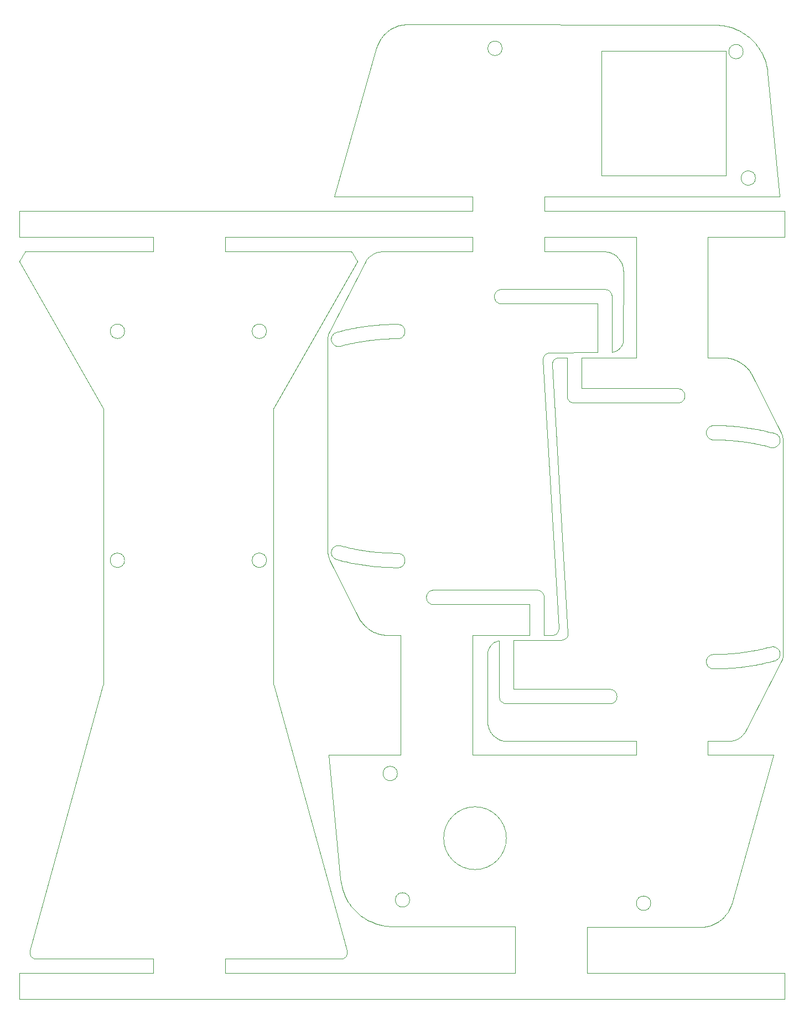
<source format=gbr>
%TF.GenerationSoftware,KiCad,Pcbnew,(6.0.5)*%
%TF.CreationDate,2022-07-11T17:07:05+09:00*%
%TF.ProjectId,ergotonic_f24_parts,6572676f-746f-46e6-9963-5f6632345f70,rev?*%
%TF.SameCoordinates,Original*%
%TF.FileFunction,Profile,NP*%
%FSLAX46Y46*%
G04 Gerber Fmt 4.6, Leading zero omitted, Abs format (unit mm)*
G04 Created by KiCad (PCBNEW (6.0.5)) date 2022-07-11 17:07:05*
%MOMM*%
%LPD*%
G01*
G04 APERTURE LIST*
%ADD10C,0.090000*%
%TA.AperFunction,Profile*%
%ADD11C,0.090000*%
%TD*%
G04 APERTURE END LIST*
D10*
X-70164719Y-52486928D02*
X-70159039Y-52374458D01*
X-70142370Y-52265237D01*
X-70115264Y-52159819D01*
X-70078274Y-52058755D01*
X-70031952Y-51962599D01*
X-69976853Y-51871905D01*
X-69913529Y-51787223D01*
X-69842532Y-51709109D01*
X-69764416Y-51638113D01*
X-69679735Y-51574790D01*
X-69589039Y-51519692D01*
X-69492884Y-51473372D01*
X-69391822Y-51436383D01*
X-69286405Y-51409278D01*
X-69177187Y-51392610D01*
X-69064721Y-51386931D01*
X-2334088Y-69020207D02*
X-2247611Y-68993175D01*
X-2123996Y-68940125D01*
X-2008687Y-68873030D01*
X-1902792Y-68792964D01*
X-1807420Y-68701004D01*
X-1723680Y-68598225D01*
X-1652680Y-68485703D01*
X-1595528Y-68364514D01*
X-1565667Y-68279437D01*
X-1542783Y-68191305D01*
X-1527203Y-68100436D01*
X-1519255Y-68007149D01*
X-1518247Y-67959699D01*
X-105005585Y-72353788D02*
X-105008758Y-72447971D01*
X-105018251Y-72541626D01*
X-105034016Y-72634433D01*
X-105056012Y-72726073D01*
X-68777303Y-20919550D02*
X-68515325Y-20850652D01*
X-68252531Y-20783787D01*
X-67988928Y-20718964D01*
X-67724525Y-20656192D01*
X-67459331Y-20595482D01*
X-67193354Y-20536843D01*
X-66926604Y-20480285D01*
X-66659088Y-20425816D01*
X-66390815Y-20373448D01*
X-66121795Y-20323189D01*
X-65852035Y-20275049D01*
X-65581545Y-20229038D01*
X-65310334Y-20185166D01*
X-65038409Y-20143441D01*
X-64765779Y-20103874D01*
X-64492454Y-20066474D01*
X-64218442Y-20031252D01*
X-63943752Y-19998216D01*
X-63668391Y-19967376D01*
X-63392370Y-19938742D01*
X-63115696Y-19912323D01*
X-62838379Y-19888130D01*
X-62560426Y-19866171D01*
X-62281848Y-19846457D01*
X-62002651Y-19828996D01*
X-61722846Y-19813800D01*
X-61442440Y-19800876D01*
X-61161443Y-19790236D01*
X-60879863Y-19781888D01*
X-60597709Y-19775843D01*
X-60314989Y-19772109D01*
X-60031713Y-19770697D01*
X-34072080Y-28584797D02*
X-34078217Y-28584797D01*
X-11677038Y-33046491D02*
X-11677038Y-33042981D01*
X-70680225Y-52395725D02*
X-70675885Y-52501670D01*
X-70663414Y-52621099D01*
X-70643634Y-52750617D01*
X-70626792Y-52840894D01*
X-70607310Y-52933142D01*
X-70585433Y-53026358D01*
X-70561402Y-53119535D01*
X-70535462Y-53211670D01*
X-70507857Y-53301756D01*
X-70478829Y-53388790D01*
X-70433154Y-53511417D01*
X-70385649Y-53621522D01*
X-70337136Y-53715713D01*
X-11649174Y-68043655D02*
X-11679104Y-68040640D01*
X-48499990Y-6475961D02*
X-62296585Y-6475961D01*
X-46228358Y-67956016D02*
X-46231954Y-78337337D01*
X-2903585Y-66894799D02*
X-3165561Y-66963696D01*
X-3428356Y-67030561D01*
X-3691959Y-67095384D01*
X-3956361Y-67158156D01*
X-4221556Y-67218866D01*
X-4487532Y-67277505D01*
X-4754283Y-67334064D01*
X-5021799Y-67388532D01*
X-5290071Y-67440901D01*
X-5559091Y-67491160D01*
X-5828851Y-67539300D01*
X-6099341Y-67585311D01*
X-6370552Y-67629184D01*
X-6642477Y-67670908D01*
X-6915107Y-67710475D01*
X-7188432Y-67747875D01*
X-7462444Y-67783098D01*
X-7737135Y-67816134D01*
X-8012495Y-67846974D01*
X-8288516Y-67875608D01*
X-8565190Y-67902027D01*
X-8842507Y-67926220D01*
X-9120460Y-67948179D01*
X-9399038Y-67967894D01*
X-9678235Y-67985354D01*
X-9958040Y-68000551D01*
X-10238446Y-68013474D01*
X-10519443Y-68024115D01*
X-10801023Y-68032463D01*
X-11083177Y-68038508D01*
X-11365897Y-68042242D01*
X-11649174Y-68043655D01*
X-41987381Y-109692163D02*
X-41987381Y-116795821D01*
X-60031713Y-19770697D02*
X-60001784Y-19773712D01*
X-737896Y-120795835D02*
X-737896Y-116795821D01*
X-70680225Y-19993073D02*
X-70680225Y-52395725D01*
X-79005836Y-30484638D02*
X-66160540Y-7971542D01*
X-27535722Y-73375065D02*
X-27425838Y-73380613D01*
X-27319129Y-73396899D01*
X-27216134Y-73423382D01*
X-27117394Y-73459522D01*
X-27023448Y-73504778D01*
X-26934838Y-73558611D01*
X-26852102Y-73620479D01*
X-26775782Y-73689844D01*
X-26706417Y-73766164D01*
X-26644549Y-73848900D01*
X-26590716Y-73937510D01*
X-26545460Y-74031456D01*
X-26509320Y-74130196D01*
X-26482837Y-74233191D01*
X-26466551Y-74339900D01*
X-26461003Y-74449784D01*
X-1140219Y-68814275D02*
X-1093235Y-68709162D01*
X-1065925Y-68621683D01*
X-1044590Y-68528536D01*
X-1028495Y-68431287D01*
X-1016901Y-68331506D01*
X-1009070Y-68230759D01*
X-1004267Y-68130614D01*
X-1001753Y-68032638D01*
X-1000791Y-67938399D01*
X-1000650Y-67821269D01*
X-69346799Y-18794142D02*
X-69433276Y-18821173D01*
X-69556891Y-18874223D01*
X-69672200Y-18941318D01*
X-69778094Y-19021383D01*
X-69873466Y-19113343D01*
X-69957206Y-19216122D01*
X-70028207Y-19328644D01*
X-70085359Y-19449833D01*
X-70115219Y-19534910D01*
X-70138104Y-19623043D01*
X-70153684Y-19713912D01*
X-70161632Y-19807199D01*
X-70162641Y-19854650D01*
X-34078217Y-28584797D02*
X-34078217Y-28569079D01*
X-5836336Y-25208259D02*
X-5922074Y-25064185D01*
X-6012178Y-24923670D01*
X-6106532Y-24786779D01*
X-6205021Y-24653580D01*
X-6307530Y-24524140D01*
X-6413944Y-24398524D01*
X-6524149Y-24276799D01*
X-6638030Y-24159032D01*
X-6755472Y-24045289D01*
X-6876359Y-23935637D01*
X-7000578Y-23830143D01*
X-7128012Y-23728874D01*
X-7258548Y-23631895D01*
X-7392070Y-23539273D01*
X-7528464Y-23451076D01*
X-7667614Y-23367369D01*
X-7809406Y-23288219D01*
X-7953725Y-23213694D01*
X-8100455Y-23143858D01*
X-8249483Y-23078780D01*
X-8400693Y-23018525D01*
X-8553971Y-22963160D01*
X-8709201Y-22912752D01*
X-8866268Y-22867368D01*
X-9025059Y-22827073D01*
X-9185457Y-22791935D01*
X-9347347Y-22762020D01*
X-9510616Y-22737395D01*
X-9675149Y-22718126D01*
X-9840829Y-22704280D01*
X-10007543Y-22695924D01*
X-10175176Y-22693124D01*
X-26461003Y-74449784D02*
X-26461003Y-74500341D01*
X-2332022Y-34266913D02*
X-2245545Y-34293944D01*
X-2121930Y-34346994D01*
X-2006621Y-34414089D01*
X-1900726Y-34494154D01*
X-1805354Y-34586114D01*
X-1721614Y-34688893D01*
X-1650614Y-34801415D01*
X-1593461Y-34922604D01*
X-1563601Y-35007681D01*
X-1540716Y-35095813D01*
X-1525136Y-35186682D01*
X-1517188Y-35279969D01*
X-1516180Y-35327420D01*
X-34078217Y-28569079D02*
X-34078217Y-28523819D01*
X-117850881Y-4275966D02*
X-97375043Y-4275966D01*
X-69654319Y1924107D02*
X-48499990Y1924086D01*
X-2404628Y-34248740D02*
X-2369380Y-34257568D01*
X-13675134Y-109756780D02*
X-13465818Y-109752911D01*
X-13258287Y-109740449D01*
X-13052741Y-109719544D01*
X-12849378Y-109690346D01*
X-12648400Y-109653007D01*
X-12450005Y-109607677D01*
X-12254392Y-109554507D01*
X-12061763Y-109493647D01*
X-11872315Y-109425248D01*
X-11686250Y-109349460D01*
X-11503766Y-109266435D01*
X-11325063Y-109176323D01*
X-11150341Y-109079274D01*
X-10979800Y-108975439D01*
X-10813639Y-108864970D01*
X-10652057Y-108748016D01*
X-10495255Y-108624728D01*
X-10343432Y-108495256D01*
X-10196788Y-108359753D01*
X-10055522Y-108218367D01*
X-9919834Y-108071250D01*
X-9789924Y-107918553D01*
X-9665992Y-107760426D01*
X-9548236Y-107597019D01*
X-9436856Y-107428484D01*
X-9332053Y-107254971D01*
X-9234026Y-107076630D01*
X-9142975Y-106893613D01*
X-9059098Y-106706070D01*
X-8982597Y-106514151D01*
X-8913670Y-106318008D01*
X-8852517Y-106117791D01*
X-37602679Y-59341102D02*
X-37602679Y-65121197D01*
X-29419867Y-21879543D02*
X-29419867Y-14439278D01*
X-54527981Y-60415800D02*
X-54637863Y-60410251D01*
X-54744572Y-60393966D01*
X-54847566Y-60367484D01*
X-54946305Y-60331345D01*
X-55040249Y-60286091D01*
X-55128857Y-60232260D01*
X-55211591Y-60170393D01*
X-55287909Y-60101031D01*
X-55357272Y-60024712D01*
X-55419138Y-59941979D01*
X-55472969Y-59853370D01*
X-55518224Y-59759426D01*
X-55554362Y-59660687D01*
X-55580844Y-59557693D01*
X-55597129Y-59450984D01*
X-55602678Y-59341102D01*
X-69309441Y-18784797D02*
X-69346799Y-18794142D01*
X-58415470Y28244874D02*
X-58624783Y28241007D01*
X-58832312Y28228546D01*
X-59037857Y28207643D01*
X-59241218Y28178447D01*
X-59442196Y28141109D01*
X-59640590Y28095781D01*
X-59836202Y28042611D01*
X-60028831Y27981752D01*
X-60218278Y27913354D01*
X-60404344Y27837568D01*
X-60586828Y27754543D01*
X-60765530Y27664431D01*
X-60940252Y27567383D01*
X-61110794Y27463549D01*
X-61276956Y27353079D01*
X-61438538Y27236125D01*
X-61595340Y27112837D01*
X-61747164Y26983366D01*
X-61893808Y26847862D01*
X-62035075Y26706476D01*
X-62170763Y26559358D01*
X-62300674Y26406660D01*
X-62424608Y26248532D01*
X-62542364Y26085125D01*
X-62653744Y25916588D01*
X-62758548Y25743074D01*
X-62856575Y25564732D01*
X-62947627Y25381713D01*
X-63031504Y25194168D01*
X-63108006Y25002248D01*
X-63176933Y24806103D01*
X-63238087Y24605884D01*
X-48522404Y-65121197D02*
X-39802674Y-65121197D01*
X-69346799Y-18794142D02*
X-69346799Y-18794142D01*
X-37602679Y-59290524D02*
X-37602679Y-59341102D01*
X-60001784Y-17570207D02*
X-60302061Y-17571439D01*
X-60601749Y-17575130D01*
X-60900839Y-17581268D01*
X-61199322Y-17589843D01*
X-61497189Y-17600844D01*
X-61794431Y-17614260D01*
X-62091039Y-17630081D01*
X-62387005Y-17648297D01*
X-62682318Y-17668896D01*
X-62976972Y-17691867D01*
X-63270956Y-17717201D01*
X-63564261Y-17744886D01*
X-63856879Y-17774912D01*
X-64148801Y-17807268D01*
X-64440018Y-17841943D01*
X-64730521Y-17878927D01*
X-65020301Y-17918210D01*
X-65309350Y-17959780D01*
X-65597657Y-18003626D01*
X-65885215Y-18049739D01*
X-66172014Y-18098107D01*
X-66458046Y-18148720D01*
X-66743301Y-18201567D01*
X-67027772Y-18256638D01*
X-67311448Y-18313922D01*
X-67594320Y-18373407D01*
X-67876381Y-18435084D01*
X-68157621Y-18498942D01*
X-68438031Y-18564970D01*
X-68717603Y-18633158D01*
X-68996326Y-18703494D01*
X-69274194Y-18775969D01*
X-48499990Y1924086D02*
X-48499990Y-275974D01*
X-39802674Y-65121197D02*
X-39802674Y-60415800D01*
X-737896Y-4275966D02*
X-737896Y-275974D01*
X-45219871Y-13364559D02*
X-45219871Y-13314002D01*
X-68779381Y-51422027D02*
X-68779381Y-51422027D01*
X-44461003Y-65969854D02*
X-44553706Y-65982806D01*
X-44644993Y-65999937D01*
X-44734763Y-66021146D01*
X-44822916Y-66046331D01*
X-44909352Y-66075392D01*
X-44993971Y-66108227D01*
X-45076672Y-66144736D01*
X-45157357Y-66184818D01*
X-45312272Y-66275295D01*
X-45457918Y-66378850D01*
X-45593493Y-66494677D01*
X-45718195Y-66621967D01*
X-45831226Y-66759911D01*
X-45931783Y-66907704D01*
X-46019067Y-67064536D01*
X-46057481Y-67146089D01*
X-46092277Y-67229599D01*
X-46123353Y-67314966D01*
X-46150611Y-67402087D01*
X-46173950Y-67490862D01*
X-46193270Y-67581191D01*
X-46208470Y-67672971D01*
X-46219452Y-67766103D01*
X-46226114Y-67860485D01*
X-46228358Y-67956016D01*
X-70538459Y-83435971D02*
X-68719923Y-102412461D01*
D11*
X-101761634Y-53671375D02*
G75*
G03*
X-101761634Y-53671375I-1100000J0D01*
G01*
D10*
X-60033791Y-52570881D02*
X-60003862Y-52567866D01*
X-10175176Y-22693124D02*
X-12499991Y-22693124D01*
X-68779381Y-51422027D02*
X-68517403Y-51490924D01*
X-68254609Y-51557789D01*
X-67991006Y-51622612D01*
X-67726603Y-51685384D01*
X-67461409Y-51746094D01*
X-67195432Y-51804733D01*
X-66928682Y-51861292D01*
X-66661166Y-51915760D01*
X-66392893Y-51968129D01*
X-66123873Y-52018388D01*
X-65854113Y-52066527D01*
X-65583623Y-52112539D01*
X-65312412Y-52156411D01*
X-65040487Y-52198136D01*
X-64767857Y-52237703D01*
X-64494532Y-52275103D01*
X-64220520Y-52310325D01*
X-63945830Y-52343361D01*
X-63670469Y-52374201D01*
X-63394448Y-52402835D01*
X-63117774Y-52429254D01*
X-62840457Y-52453447D01*
X-62562504Y-52475406D01*
X-62283926Y-52495120D01*
X-62004729Y-52512581D01*
X-61724924Y-52527777D01*
X-61444518Y-52540701D01*
X-61163521Y-52551341D01*
X-60881941Y-52559689D01*
X-60599787Y-52565734D01*
X-60317067Y-52569468D01*
X-60033791Y-52570881D01*
X-737896Y-275974D02*
X-37499994Y-275974D01*
X-44145152Y-14439278D02*
X-44255035Y-14433729D01*
X-44361744Y-14417444D01*
X-44464739Y-14390962D01*
X-44563479Y-14354823D01*
X-44657425Y-14309568D01*
X-44746035Y-14255737D01*
X-44828771Y-14193869D01*
X-44905091Y-14124506D01*
X-44974456Y-14048187D01*
X-45036324Y-13965452D01*
X-45090157Y-13876841D01*
X-45135413Y-13782895D01*
X-45171553Y-13684153D01*
X-45198036Y-13581157D01*
X-45214322Y-13474445D01*
X-45219871Y-13364559D01*
X-42261008Y-65934800D02*
X-42261008Y-73375065D01*
X-55602678Y-59341102D02*
X-55602678Y-59290524D01*
X-105005585Y-30484638D02*
X-105005585Y-72353788D01*
X-69064721Y-51386931D02*
X-68973136Y-51390161D01*
X-68883636Y-51400211D01*
X-68787927Y-51419781D01*
X-68779381Y-51422027D01*
X-27535722Y-75575060D02*
X-43386305Y-75575060D01*
X-58903864Y-53667864D02*
X-58909543Y-53780330D01*
X-58926211Y-53889548D01*
X-58953316Y-53994964D01*
X-58990306Y-54096027D01*
X-59036626Y-54192182D01*
X-59091724Y-54282877D01*
X-59155047Y-54367559D01*
X-59226042Y-54445674D01*
X-59304157Y-54516671D01*
X-59388838Y-54579995D01*
X-59479533Y-54635094D01*
X-59575689Y-54681416D01*
X-59676752Y-54718406D01*
X-59782171Y-54745512D01*
X-59891392Y-54762181D01*
X-60003862Y-54767861D01*
X-2371446Y-69029552D02*
X-2334088Y-69020207D01*
X-97375043Y-4275966D02*
X-97375043Y-6475961D01*
X-70162641Y-19854650D02*
X-70156961Y-19967119D01*
X-70140292Y-20076340D01*
X-70113186Y-20181758D01*
X-70076196Y-20282822D01*
X-70029874Y-20378978D01*
X-69974775Y-20469672D01*
X-69911451Y-20554354D01*
X-69840454Y-20632468D01*
X-69762338Y-20703464D01*
X-69677657Y-20766787D01*
X-69586961Y-20821885D01*
X-69490806Y-20868205D01*
X-69389744Y-20905194D01*
X-69284327Y-20932299D01*
X-69175109Y-20948967D01*
X-69062643Y-20954647D01*
D11*
X-9780080Y24173920D02*
X-9780091Y5123920D01*
D10*
X-12500012Y-83435992D02*
X-12500012Y-81338360D01*
X-69311519Y-53556781D02*
X-69348877Y-53547436D01*
X-86375089Y-114600175D02*
X-68715745Y-114600175D01*
X-69348877Y-53547436D02*
X-69435353Y-53520404D01*
X-69558968Y-53467354D01*
X-69674277Y-53400259D01*
X-69780172Y-53320194D01*
X-69875544Y-53228234D01*
X-69959284Y-53125455D01*
X-70030284Y-53012933D01*
X-70087437Y-52891744D01*
X-70117297Y-52806667D01*
X-70140182Y-52718534D01*
X-70155762Y-52627665D01*
X-70163710Y-52534378D01*
X-70164719Y-52486928D01*
X-68715745Y-114600175D02*
X-68594125Y-114592953D01*
X-68477453Y-114571897D01*
X-68366422Y-114537915D01*
X-68261725Y-114491918D01*
X-68164056Y-114434817D01*
X-68074107Y-114367523D01*
X-67992571Y-114290945D01*
X-67920143Y-114205994D01*
X-67857515Y-114113581D01*
X-67805381Y-114014615D01*
X-67764434Y-113910008D01*
X-67735366Y-113800669D01*
X-67718873Y-113687510D01*
X-67715646Y-113571440D01*
X-67726378Y-113453370D01*
X-67751765Y-113334211D01*
X-12499991Y-4275966D02*
X-737896Y-4275966D01*
X-25448920Y-9477006D02*
X-25452773Y-9322587D01*
X-25464312Y-9170194D01*
X-25483348Y-9020015D01*
X-25509692Y-8872238D01*
X-25543156Y-8727053D01*
X-25583552Y-8584649D01*
X-25630690Y-8445213D01*
X-25684383Y-8308934D01*
X-25744441Y-8176001D01*
X-25810676Y-8046603D01*
X-25882899Y-7920929D01*
X-25960922Y-7799166D01*
X-26044557Y-7681504D01*
X-26133614Y-7568132D01*
X-26227905Y-7459237D01*
X-26327242Y-7355009D01*
X-26431435Y-7255636D01*
X-26540297Y-7161307D01*
X-26653639Y-7072211D01*
X-26771271Y-6988536D01*
X-26893007Y-6910471D01*
X-27018656Y-6838204D01*
X-27148031Y-6771925D01*
X-27280942Y-6711821D01*
X-27417202Y-6658082D01*
X-27556622Y-6610896D01*
X-27699012Y-6570452D01*
X-27844185Y-6536938D01*
X-27991952Y-6510543D01*
X-28142124Y-6491456D01*
X-28294513Y-6479866D01*
X-28448931Y-6475961D01*
X-60003862Y-52567866D02*
X-59891392Y-52573545D01*
X-59782171Y-52590213D01*
X-59676752Y-52617318D01*
X-59575689Y-52654308D01*
X-59479533Y-52700628D01*
X-59388838Y-52755726D01*
X-59304157Y-52819049D01*
X-59226042Y-52890044D01*
X-59155047Y-52968159D01*
X-59091724Y-53052840D01*
X-59036626Y-53143535D01*
X-58990306Y-53239691D01*
X-58953316Y-53340754D01*
X-58926211Y-53446173D01*
X-58909543Y-53555394D01*
X-58903864Y-53667864D01*
X-97375086Y-116795821D02*
X-117850881Y-116795821D01*
X-35335763Y-22693145D02*
X-35442144Y-22698722D01*
X-35545202Y-22715071D01*
X-35644391Y-22741613D01*
X-35739167Y-22777772D01*
X-35828985Y-22822970D01*
X-35913301Y-22876629D01*
X-35991570Y-22938174D01*
X-36063248Y-23007025D01*
X-36127790Y-23082607D01*
X-36184652Y-23164341D01*
X-36233289Y-23251651D01*
X-36273157Y-23343959D01*
X-36303710Y-23440688D01*
X-36324406Y-23541261D01*
X-36334698Y-23645100D01*
X-36334044Y-23751629D01*
X-23499987Y-4275966D02*
X-23499987Y-22693145D01*
X-46231954Y-78337337D02*
X-46228100Y-78491755D01*
X-46216562Y-78644148D01*
X-46197526Y-78794327D01*
X-46171181Y-78942103D01*
X-46137717Y-79087288D01*
X-46097321Y-79229693D01*
X-46050183Y-79369129D01*
X-45996491Y-79505407D01*
X-45936433Y-79638340D01*
X-45870198Y-79767738D01*
X-45797974Y-79893412D01*
X-45719951Y-80015175D01*
X-45636317Y-80132837D01*
X-45547260Y-80246209D01*
X-45452969Y-80355104D01*
X-45353632Y-80459332D01*
X-45249438Y-80558705D01*
X-45140577Y-80653034D01*
X-45027235Y-80742130D01*
X-44909602Y-80825805D01*
X-44787867Y-80903870D01*
X-44662218Y-80976137D01*
X-44532843Y-81042416D01*
X-44399931Y-81102520D01*
X-44263671Y-81156259D01*
X-44124252Y-81203445D01*
X-43981861Y-81243889D01*
X-43836688Y-81277403D01*
X-43688921Y-81303798D01*
X-43538749Y-81322885D01*
X-43386360Y-81334475D01*
X-43231943Y-81338381D01*
X-37602679Y-59229546D02*
X-37602679Y-59245264D01*
X-41987381Y-116795821D02*
X-86375089Y-116795821D01*
X-117850881Y-275974D02*
X-117850881Y-4275966D01*
X-6780831Y-79828999D02*
X-1140219Y-68814275D01*
X-37608816Y-59229546D02*
X-37602679Y-59229546D01*
X-1000650Y-67821269D02*
X-1000671Y-35418618D01*
D11*
X-60020449Y-86270574D02*
G75*
G03*
X-60020449Y-86270574I-1100000J0D01*
G01*
D10*
X-30987385Y-116795821D02*
X-30987385Y-109717269D01*
X-2901517Y-36392321D02*
X-2901517Y-36392321D01*
X-42261008Y-73375065D02*
X-27535722Y-73375065D01*
X-37499994Y1924064D02*
X-1540151Y1924021D01*
X-117850881Y-7971542D02*
X-105005585Y-30484638D01*
X-17152915Y-27398543D02*
X-17043032Y-27404091D01*
X-16936323Y-27420376D01*
X-16833329Y-27446858D01*
X-16734590Y-27482997D01*
X-16640646Y-27528251D01*
X-16552038Y-27582082D01*
X-16469304Y-27643949D01*
X-16392986Y-27713311D01*
X-16323623Y-27789629D01*
X-16261757Y-27872363D01*
X-16207926Y-27960972D01*
X-16162671Y-28054916D01*
X-16126533Y-28153655D01*
X-16100051Y-28256648D01*
X-16083766Y-28363357D01*
X-16078218Y-28473240D01*
X-43231943Y-81338381D02*
X-23500030Y-81338360D01*
X-33003520Y-29598538D02*
X-33109538Y-29593355D01*
X-33212529Y-29578135D01*
X-33312022Y-29553366D01*
X-33407544Y-29519536D01*
X-33498621Y-29477134D01*
X-33584783Y-29426649D01*
X-33665556Y-29368571D01*
X-33740468Y-29303387D01*
X-33809047Y-29231587D01*
X-33870820Y-29153660D01*
X-33925314Y-29070094D01*
X-33972058Y-28981379D01*
X-34010579Y-28888002D01*
X-34040405Y-28790454D01*
X-34061062Y-28689222D01*
X-34072080Y-28584797D01*
D11*
X-5230931Y4758627D02*
G75*
G03*
X-5230931Y4758627I-1100000J0D01*
G01*
D10*
X-23500030Y-81338360D02*
X-23500030Y-83435992D01*
X-117850881Y-120795835D02*
X-737896Y-120795835D01*
X-12500012Y-81338360D02*
X-9384289Y-81338360D01*
X-86375046Y-6475961D02*
X-86375046Y-4275966D01*
X-2334088Y-69020207D02*
X-2334088Y-69020207D01*
X-37499994Y-6475961D02*
X-37499994Y-4275966D01*
X-36345133Y-65121197D02*
X-36238747Y-65115619D01*
X-36135687Y-65099270D01*
X-36036496Y-65072728D01*
X-35941719Y-65036569D01*
X-35851900Y-64991371D01*
X-35767584Y-64937712D01*
X-35689316Y-64876168D01*
X-35617639Y-64807316D01*
X-35553098Y-64731735D01*
X-35496237Y-64650001D01*
X-35447602Y-64562691D01*
X-35407735Y-64470383D01*
X-35377183Y-64373653D01*
X-35356488Y-64273081D01*
X-35346196Y-64169241D01*
X-35346852Y-64062713D01*
X-33928635Y-64797552D02*
X-33927945Y-64903313D01*
X-33938053Y-65006448D01*
X-33958429Y-65106387D01*
X-33988542Y-65202562D01*
X-34027861Y-65294404D01*
X-34075856Y-65381344D01*
X-34131995Y-65462813D01*
X-34195748Y-65538242D01*
X-34266585Y-65607063D01*
X-34343974Y-65668706D01*
X-34427384Y-65722604D01*
X-34516287Y-65768187D01*
X-34610149Y-65804886D01*
X-34708441Y-65832132D01*
X-34810633Y-65849357D01*
X-34916193Y-65855993D01*
X-1518247Y-67959699D02*
X-1523926Y-67847229D01*
X-1540595Y-67738008D01*
X-1567701Y-67632589D01*
X-1604691Y-67531526D01*
X-1651013Y-67435370D01*
X-1706112Y-67344675D01*
X-1769436Y-67259994D01*
X-1840433Y-67181879D01*
X-1918548Y-67110884D01*
X-2003230Y-67047561D01*
X-2093925Y-66992463D01*
X-2190080Y-66946143D01*
X-2291143Y-66909154D01*
X-2396559Y-66882049D01*
X-2505777Y-66865380D01*
X-2618244Y-66859702D01*
X-11677037Y-35246486D02*
X-11789506Y-35240806D01*
X-11898727Y-35224138D01*
X-12004146Y-35197033D01*
X-12105209Y-35160044D01*
X-12201365Y-35113724D01*
X-12292060Y-35058626D01*
X-12376741Y-34995303D01*
X-12454856Y-34924307D01*
X-12525851Y-34846193D01*
X-12589174Y-34761511D01*
X-12644272Y-34670817D01*
X-12690592Y-34574661D01*
X-12727582Y-34473597D01*
X-12754687Y-34368179D01*
X-12771355Y-34258958D01*
X-12777035Y-34146489D01*
X-16078218Y-28473240D02*
X-16078218Y-28523819D01*
X-9384289Y-81338360D02*
X-9283698Y-81336679D01*
X-9183658Y-81331664D01*
X-9084239Y-81323355D01*
X-8985509Y-81311791D01*
X-8887537Y-81297013D01*
X-8790392Y-81279060D01*
X-8694144Y-81257973D01*
X-8598860Y-81233791D01*
X-8504611Y-81206555D01*
X-8411465Y-81176304D01*
X-8319490Y-81143078D01*
X-8228756Y-81106918D01*
X-8139332Y-81067863D01*
X-8051287Y-81025954D01*
X-7964689Y-80981229D01*
X-7879608Y-80933730D01*
X-7796113Y-80883496D01*
X-7714272Y-80830568D01*
X-7634155Y-80774984D01*
X-7555829Y-80716786D01*
X-7479366Y-80656013D01*
X-7404832Y-80592705D01*
X-7332298Y-80526902D01*
X-7261832Y-80458644D01*
X-7193503Y-80387971D01*
X-7127380Y-80314923D01*
X-7063532Y-80239540D01*
X-7002028Y-80161862D01*
X-6942937Y-80081929D01*
X-6886328Y-79999780D01*
X-6832269Y-79915457D01*
X-6780831Y-79828999D01*
X-117850881Y-116795821D02*
X-117850881Y-120795835D01*
X-48499990Y-4275966D02*
X-48499990Y-6475961D01*
X-116259656Y-113334211D02*
X-116285042Y-113453370D01*
X-116295774Y-113571440D01*
X-116292547Y-113687510D01*
X-116276054Y-113800669D01*
X-116246986Y-113910008D01*
X-116206039Y-114014615D01*
X-116153905Y-114113581D01*
X-116091277Y-114205994D01*
X-116018849Y-114290945D01*
X-115937313Y-114367523D01*
X-115847364Y-114434817D01*
X-115749695Y-114491918D01*
X-115644998Y-114537915D01*
X-115533967Y-114571897D01*
X-115417295Y-114592953D01*
X-115295676Y-114600175D01*
X-61505720Y-65121197D02*
X-59522400Y-65121197D01*
X-28448931Y-6475961D02*
X-37499994Y-6475961D01*
X-55602678Y-59290524D02*
X-55597129Y-59180640D01*
X-55580843Y-59073931D01*
X-55554360Y-58970936D01*
X-55518220Y-58872196D01*
X-55472964Y-58778250D01*
X-55419131Y-58689640D01*
X-55357263Y-58606904D01*
X-55287898Y-58530584D01*
X-55211578Y-58461219D01*
X-55128842Y-58399351D01*
X-55040232Y-58345518D01*
X-54946286Y-58300262D01*
X-54847546Y-58264122D01*
X-54744551Y-58237639D01*
X-54637842Y-58221353D01*
X-54527959Y-58215805D01*
X-97375043Y-6475961D02*
X-116982330Y-6475961D01*
X-34078217Y-28523819D02*
X-34078217Y-28473240D01*
X-69274194Y-18775969D02*
X-69309441Y-18784797D01*
X-25452516Y-19858327D02*
X-25448920Y-9477006D01*
X-69062643Y-20954647D02*
X-68971058Y-20951416D01*
X-68881558Y-20941366D01*
X-68785849Y-20921795D01*
X-68777303Y-20919550D01*
X-2406693Y-69038380D02*
X-2371446Y-69029552D01*
X-68719923Y-102412461D02*
X-68674268Y-102793647D01*
X-68611209Y-103168776D01*
X-68531178Y-103537454D01*
X-68434609Y-103899287D01*
X-68321934Y-104253878D01*
X-68193587Y-104600835D01*
X-68050001Y-104939763D01*
X-67891609Y-105270266D01*
X-67718844Y-105591951D01*
X-67532140Y-105904422D01*
X-67331929Y-106207286D01*
X-67118645Y-106500148D01*
X-66892721Y-106782613D01*
X-66654590Y-107054286D01*
X-66404685Y-107314773D01*
X-66143440Y-107563680D01*
X-65871288Y-107800612D01*
X-65588661Y-108025175D01*
X-65295993Y-108236973D01*
X-64993718Y-108435612D01*
X-64682267Y-108620699D01*
X-64362076Y-108791837D01*
X-64033575Y-108948633D01*
X-63697200Y-109090693D01*
X-63353383Y-109217621D01*
X-63002556Y-109329022D01*
X-62645154Y-109424504D01*
X-62281610Y-109503670D01*
X-61912356Y-109566126D01*
X-61537826Y-109611479D01*
X-61158453Y-109639332D01*
X-60774671Y-109649293D01*
X-3367710Y20904107D02*
X-3413518Y21285148D01*
X-3476718Y21660130D01*
X-3556876Y22028659D01*
X-3653560Y22390340D01*
X-3766337Y22744780D01*
X-3894773Y23091584D01*
X-4038436Y23430358D01*
X-4196893Y23760709D01*
X-4369711Y24082241D01*
X-4556457Y24394562D01*
X-4756699Y24697276D01*
X-4970004Y24989990D01*
X-5195938Y25272310D01*
X-5434069Y25543842D01*
X-5683964Y25804191D01*
X-5945190Y26052964D01*
X-6217314Y26289766D01*
X-6499904Y26514203D01*
X-6792526Y26725882D01*
X-7094748Y26924407D01*
X-7406136Y27109386D01*
X-7726259Y27280424D01*
X-8054682Y27437126D01*
X-8390974Y27579099D01*
X-8734701Y27705949D01*
X-9085430Y27817282D01*
X-9442729Y27912703D01*
X-9806164Y27991819D01*
X-10175304Y28054235D01*
X-10549714Y28099557D01*
X-10928963Y28127391D01*
X-11312617Y28137344D01*
X-97375086Y-114600175D02*
X-97375086Y-116795821D01*
X-8852517Y-106117791D02*
X-2436285Y-83435992D01*
X-1343759Y-34098608D02*
X-5836336Y-25208259D01*
X-60774671Y-109649293D02*
X-41987381Y-109692163D01*
X-16078218Y-28523819D02*
X-16083766Y-28633702D01*
X-16100051Y-28740411D01*
X-16126533Y-28843406D01*
X-16162672Y-28942146D01*
X-16207927Y-29036092D01*
X-16261758Y-29124702D01*
X-16323625Y-29207438D01*
X-16392989Y-29283758D01*
X-16469308Y-29353123D01*
X-16552043Y-29414991D01*
X-16640654Y-29468824D01*
X-16734600Y-29514080D01*
X-16833341Y-29550220D01*
X-16936338Y-29576703D01*
X-17043050Y-29592989D01*
X-17152937Y-29598538D01*
X-28294569Y-12239283D02*
X-28184689Y-12244831D01*
X-28077984Y-12261117D01*
X-27974992Y-12287600D01*
X-27876254Y-12323739D01*
X-27782310Y-12368995D01*
X-27693701Y-12422828D01*
X-27610967Y-12484696D01*
X-27534648Y-12554059D01*
X-27465284Y-12630378D01*
X-27403416Y-12713112D01*
X-27349584Y-12801722D01*
X-27304328Y-12895665D01*
X-27268189Y-12994403D01*
X-27241706Y-13097395D01*
X-27225420Y-13204101D01*
X-27219872Y-13313981D01*
X-26461003Y-74500341D02*
X-26466551Y-74610223D01*
X-26482837Y-74716932D01*
X-26509320Y-74819927D01*
X-26545460Y-74918668D01*
X-26590716Y-75012613D01*
X-26644549Y-75101224D01*
X-26706417Y-75183960D01*
X-26775782Y-75260280D01*
X-26852102Y-75329644D01*
X-26934838Y-75391513D01*
X-27023448Y-75445346D01*
X-27117394Y-75490602D01*
X-27216134Y-75526742D01*
X-27319129Y-75553225D01*
X-27425838Y-75569511D01*
X-27535722Y-75575060D01*
X-62296585Y-6475961D02*
X-62397174Y-6477641D01*
X-62497212Y-6482656D01*
X-62596629Y-6490965D01*
X-62695358Y-6502529D01*
X-62793329Y-6517307D01*
X-62890473Y-6535260D01*
X-62986721Y-6556347D01*
X-63082004Y-6580529D01*
X-63176253Y-6607766D01*
X-63269399Y-6638017D01*
X-63361374Y-6671243D01*
X-63452108Y-6707403D01*
X-63541532Y-6746458D01*
X-63629577Y-6788368D01*
X-63716175Y-6833093D01*
X-63801257Y-6880593D01*
X-63884753Y-6930827D01*
X-63966594Y-6983756D01*
X-64046712Y-7039340D01*
X-64125038Y-7097539D01*
X-64201503Y-7158313D01*
X-64276037Y-7221622D01*
X-64348572Y-7287426D01*
X-64419039Y-7355685D01*
X-64487368Y-7426360D01*
X-64553492Y-7499409D01*
X-64617340Y-7574793D01*
X-64678845Y-7652473D01*
X-64737936Y-7732408D01*
X-64794546Y-7814558D01*
X-64848605Y-7898883D01*
X-64900044Y-7985344D01*
X-27219872Y-13364559D02*
X-27219872Y-21844489D01*
X-34916193Y-65855993D02*
X-42261008Y-65934800D01*
X-2332022Y-34266913D02*
X-2332022Y-34266913D01*
X-34078217Y-28473240D02*
X-34078217Y-22693145D01*
D11*
X-43988375Y24592823D02*
G75*
G03*
X-43988375Y24592823I-1100000J0D01*
G01*
D10*
X-1000671Y-35418618D02*
X-1005010Y-35312671D01*
X-1017481Y-35193243D01*
X-1037261Y-35063724D01*
X-1054103Y-34973447D01*
X-1073584Y-34881198D01*
X-1095462Y-34787981D01*
X-1119493Y-34694803D01*
X-1145432Y-34602667D01*
X-1173038Y-34512579D01*
X-1202065Y-34425543D01*
X-1247740Y-34302913D01*
X-1295245Y-34192803D01*
X-1343759Y-34098608D01*
X-60003862Y-54767861D02*
X-60003862Y-54771371D01*
X-36764681Y-21958350D02*
X-29419867Y-21879543D01*
X-44461003Y-74475062D02*
X-44461003Y-74449784D01*
X-34078217Y-22693145D02*
X-35335763Y-22693145D01*
X-11647108Y-35243471D02*
X-11677037Y-35246486D01*
D11*
X-7109061Y24087293D02*
G75*
G03*
X-7109061Y24087293I-1100000J0D01*
G01*
D10*
X-60001784Y-17573717D02*
X-60001784Y-17570207D01*
X-29419867Y-14439278D02*
X-44145152Y-14439278D01*
X-12779101Y-69140638D02*
X-12773421Y-69253104D01*
X-12756753Y-69362322D01*
X-12729647Y-69467739D01*
X-12692658Y-69568801D01*
X-12646338Y-69664956D01*
X-12591240Y-69755651D01*
X-12527917Y-69840333D01*
X-12456922Y-69918449D01*
X-12378807Y-69989445D01*
X-12294125Y-70052769D01*
X-12203431Y-70107868D01*
X-12107275Y-70154190D01*
X-12006211Y-70191180D01*
X-11900793Y-70218286D01*
X-11791572Y-70234955D01*
X-11679103Y-70240635D01*
X-1540151Y1924021D02*
X-3367710Y20904107D01*
X-48522404Y-83435971D02*
X-48522404Y-65121197D01*
D11*
X-28830080Y24173931D02*
X-9780080Y24173920D01*
D10*
X-44145152Y-12239283D02*
X-28294569Y-12239283D01*
X-36334044Y-23751629D02*
X-33928635Y-64797552D01*
X-44461003Y-74500362D02*
X-44461003Y-74475062D01*
X-43386305Y-75575060D02*
X-43496184Y-75569511D01*
X-43602890Y-75553226D01*
X-43705882Y-75526744D01*
X-43804620Y-75490605D01*
X-43898563Y-75445351D01*
X-43987173Y-75391520D01*
X-44069907Y-75329653D01*
X-44146226Y-75260291D01*
X-44215589Y-75183972D01*
X-44277457Y-75101239D01*
X-44331290Y-75012630D01*
X-44376546Y-74918686D01*
X-44412685Y-74819947D01*
X-44439168Y-74716953D01*
X-44455454Y-74610244D01*
X-44461003Y-74500362D01*
X-37499994Y-275974D02*
X-37499994Y1924064D01*
X-38677376Y-58215805D02*
X-38571357Y-58220987D01*
X-38468366Y-58236207D01*
X-38368873Y-58260976D01*
X-38273351Y-58294806D01*
X-38182274Y-58337208D01*
X-38096112Y-58387693D01*
X-38015339Y-58445771D01*
X-37940427Y-58510955D01*
X-37871848Y-58582755D01*
X-37810075Y-58660682D01*
X-37755581Y-58744248D01*
X-37708837Y-58832963D01*
X-37670316Y-58926340D01*
X-37640490Y-59023888D01*
X-37619833Y-59125120D01*
X-37608816Y-59229546D01*
X-12499991Y-22693124D02*
X-12499991Y-4275966D01*
D11*
X-80049595Y-18671375D02*
G75*
G03*
X-80049595Y-18671375I-1100000J0D01*
G01*
D10*
X-48499990Y-275974D02*
X-117850881Y-275974D01*
X-2436285Y-83435992D02*
X-12500012Y-83435992D01*
X-11679103Y-70240635D02*
X-11679103Y-70244145D01*
X-37499994Y-4275966D02*
X-23499987Y-4275966D01*
D11*
X-58142302Y-105599237D02*
G75*
G03*
X-58142302Y-105599237I-1100000J0D01*
G01*
D10*
X-30987385Y-109717269D02*
X-13675134Y-109756780D01*
X-79005836Y-72353723D02*
X-79005836Y-30484638D01*
X-44461003Y-74449784D02*
X-44461003Y-65969854D01*
X-86375089Y-116795821D02*
X-86375089Y-114600175D01*
X-37602679Y-59245264D02*
X-37602679Y-59290524D01*
X-27219872Y-13313981D02*
X-27219872Y-13339281D01*
X-2903585Y-66894799D02*
X-2903585Y-66894799D01*
X-27219872Y-21844489D02*
X-27127168Y-21831536D01*
X-27035881Y-21814405D01*
X-26946111Y-21793196D01*
X-26857957Y-21768011D01*
X-26771521Y-21738950D01*
X-26686903Y-21706115D01*
X-26604201Y-21669606D01*
X-26523517Y-21629524D01*
X-26368601Y-21539047D01*
X-26222955Y-21435491D01*
X-26087381Y-21319665D01*
X-25962678Y-21192375D01*
X-25849647Y-21054430D01*
X-25749090Y-20906638D01*
X-25661806Y-20749806D01*
X-25623392Y-20668253D01*
X-25588596Y-20584742D01*
X-25557520Y-20499376D01*
X-25530262Y-20412255D01*
X-25506923Y-20323479D01*
X-25487603Y-20233151D01*
X-25472403Y-20141371D01*
X-25461421Y-20048239D01*
X-25454759Y-19953857D01*
X-25452516Y-19858327D01*
X-63238087Y24605884D02*
X-69654319Y1924107D01*
X-65844560Y-62606062D02*
X-65758821Y-62750137D01*
X-65668717Y-62890654D01*
X-65574363Y-63027546D01*
X-65475874Y-63160746D01*
X-65373365Y-63290188D01*
X-65266951Y-63415805D01*
X-65156746Y-63537530D01*
X-65042865Y-63655298D01*
X-64925423Y-63769041D01*
X-64804536Y-63878692D01*
X-64680317Y-63984186D01*
X-64552883Y-64085456D01*
X-64422347Y-64182435D01*
X-64288825Y-64275056D01*
X-64152431Y-64363253D01*
X-64013281Y-64446959D01*
X-63871489Y-64526108D01*
X-63727170Y-64600633D01*
X-63580440Y-64670468D01*
X-63431412Y-64735546D01*
X-63280202Y-64795800D01*
X-63126924Y-64851164D01*
X-62971694Y-64901572D01*
X-62814627Y-64946955D01*
X-62655836Y-64987249D01*
X-62495438Y-65022387D01*
X-62333548Y-65052301D01*
X-62170279Y-65076926D01*
X-62005746Y-65096194D01*
X-61840066Y-65110040D01*
X-61673352Y-65118396D01*
X-61505720Y-65121197D01*
X-67029113Y-6475961D02*
X-86375046Y-6475961D01*
X-78955430Y-72725987D02*
X-78977422Y-72634350D01*
X-78993180Y-72541550D01*
X-79002665Y-72447903D01*
X-79005836Y-72353723D01*
X-2369380Y-34257568D02*
X-2332022Y-34266913D01*
X-59522400Y-65121197D02*
X-59522400Y-83435971D01*
X-64900044Y-7985344D02*
X-70540655Y-19000068D01*
D11*
X-43346286Y-96160861D02*
G75*
G03*
X-43346286Y-96160861I-4800000J0D01*
G01*
D10*
X-11679103Y-70244145D02*
X-11378825Y-70242912D01*
X-11079137Y-70239221D01*
X-10780047Y-70233083D01*
X-10481564Y-70224508D01*
X-10183697Y-70213507D01*
X-9886455Y-70200090D01*
X-9589847Y-70184269D01*
X-9293881Y-70166053D01*
X-8998567Y-70145455D01*
X-8703914Y-70122483D01*
X-8409930Y-70097149D01*
X-8116625Y-70069464D01*
X-7824006Y-70039438D01*
X-7532084Y-70007082D01*
X-7240867Y-69972406D01*
X-6950364Y-69935422D01*
X-6660584Y-69896140D01*
X-6371536Y-69854570D01*
X-6083229Y-69810723D01*
X-5795671Y-69764610D01*
X-5508872Y-69716242D01*
X-5222840Y-69665629D01*
X-4937584Y-69612781D01*
X-4653114Y-69557711D01*
X-4369438Y-69500427D01*
X-4086565Y-69440941D01*
X-3804505Y-69379264D01*
X-3523265Y-69315406D01*
X-3242855Y-69249378D01*
X-2963283Y-69181191D01*
X-2684560Y-69110854D01*
X-2406693Y-69038380D01*
D11*
X-21250981Y-106104735D02*
G75*
G03*
X-21250981Y-106104735I-1100000J0D01*
G01*
D10*
X-737896Y-116795821D02*
X-30987385Y-116795821D01*
X-31878222Y-27398543D02*
X-17152915Y-27398543D01*
X-70540655Y-19000068D02*
X-70587639Y-19105180D01*
X-70614949Y-19192659D01*
X-70636283Y-19285806D01*
X-70652379Y-19383054D01*
X-70663973Y-19482835D01*
X-70671804Y-19583582D01*
X-70676607Y-19683727D01*
X-70679121Y-19781703D01*
X-70680083Y-19875942D01*
X-70680225Y-19993073D01*
X-115295676Y-114600175D02*
X-97375086Y-114600175D01*
X-54527959Y-58215805D02*
X-38677376Y-58215805D01*
X-1516180Y-35327420D02*
X-1521859Y-35439890D01*
X-1538528Y-35549110D01*
X-1565634Y-35654529D01*
X-1602624Y-35755593D01*
X-1648946Y-35851748D01*
X-1704045Y-35942443D01*
X-1767369Y-36027124D01*
X-1838366Y-36105239D01*
X-1916481Y-36176235D01*
X-2001163Y-36239558D01*
X-2091858Y-36294656D01*
X-2188013Y-36340976D01*
X-2289076Y-36377965D01*
X-2394492Y-36405070D01*
X-2503710Y-36421738D01*
X-2616177Y-36427418D01*
X-69276272Y-53565609D02*
X-69311519Y-53556781D01*
X-70337136Y-53715713D02*
X-65844560Y-62606062D01*
X-67751765Y-113334211D02*
X-78955430Y-72725987D01*
X-58901786Y-18673714D02*
X-58907465Y-18561247D01*
X-58924133Y-18452029D01*
X-58951238Y-18346613D01*
X-58988228Y-18245550D01*
X-59034548Y-18149395D01*
X-59089646Y-18058700D01*
X-59152969Y-17974018D01*
X-59223964Y-17895903D01*
X-59302079Y-17824906D01*
X-59386760Y-17761582D01*
X-59477455Y-17706483D01*
X-59573611Y-17660161D01*
X-59674674Y-17623171D01*
X-59780093Y-17596065D01*
X-59889314Y-17579396D01*
X-60001784Y-17573717D01*
X-66160540Y-7971542D02*
X-66229582Y-7852660D01*
X-66292721Y-7743942D01*
X-66350801Y-7643936D01*
X-66404666Y-7551189D01*
X-66455157Y-7464250D01*
X-66503119Y-7381667D01*
X-66549394Y-7301987D01*
X-66594826Y-7223759D01*
X-66640258Y-7145531D01*
X-66686533Y-7065851D01*
X-66734495Y-6983266D01*
X-66784987Y-6896325D01*
X-66838851Y-6803576D01*
X-66896931Y-6703567D01*
X-66960070Y-6594846D01*
X-67029113Y-6475961D01*
X-60001784Y-19773712D02*
X-59889314Y-19768032D01*
X-59780093Y-19751364D01*
X-59674674Y-19724259D01*
X-59573611Y-19687269D01*
X-59477455Y-19640949D01*
X-59386760Y-19585851D01*
X-59302079Y-19522528D01*
X-59223964Y-19451533D01*
X-59152969Y-19373418D01*
X-59089646Y-19288737D01*
X-59034548Y-19198042D01*
X-58988228Y-19101886D01*
X-58951238Y-19000823D01*
X-58924133Y-18895404D01*
X-58907465Y-18786183D01*
X-58901786Y-18673714D01*
D11*
X-101761634Y-18671375D02*
G75*
G03*
X-101761634Y-18671375I-1100000J0D01*
G01*
X-9780091Y5123920D02*
X-28830091Y5123931D01*
D10*
X-37602679Y-65121197D02*
X-36345133Y-65121197D01*
X-2616177Y-36427418D02*
X-2707761Y-36424187D01*
X-2797261Y-36414137D01*
X-2892970Y-36394566D01*
X-2901517Y-36392321D01*
X-35346852Y-64062713D02*
X-37752239Y-23016791D01*
X-27219872Y-13339281D02*
X-27219872Y-13364559D01*
X-11312617Y28137344D02*
X-58415470Y28244874D01*
X-68777303Y-20919550D02*
X-68777303Y-20919550D01*
X-86375046Y-4275966D02*
X-48499990Y-4275966D01*
X-59522400Y-83435971D02*
X-70538459Y-83435971D01*
X-60003862Y-54771371D02*
X-60304139Y-54770138D01*
X-60603827Y-54766447D01*
X-60902917Y-54760309D01*
X-61201400Y-54751734D01*
X-61499267Y-54740733D01*
X-61796509Y-54727317D01*
X-62093117Y-54711496D01*
X-62389083Y-54693280D01*
X-62684396Y-54672681D01*
X-62979050Y-54649710D01*
X-63273034Y-54624376D01*
X-63566339Y-54596691D01*
X-63858957Y-54566665D01*
X-64150879Y-54534309D01*
X-64442096Y-54499634D01*
X-64732599Y-54462650D01*
X-65022379Y-54423367D01*
X-65311428Y-54381797D01*
X-65599735Y-54337951D01*
X-65887293Y-54291838D01*
X-66174092Y-54243470D01*
X-66460124Y-54192857D01*
X-66745379Y-54140010D01*
X-67029850Y-54084939D01*
X-67313526Y-54027655D01*
X-67596398Y-53968170D01*
X-67878459Y-53906493D01*
X-68159699Y-53842635D01*
X-68440109Y-53776607D01*
X-68719681Y-53708419D01*
X-68998404Y-53638083D01*
X-69276272Y-53565609D01*
X-69348877Y-53547436D02*
X-69348877Y-53547436D01*
X-2901517Y-36392321D02*
X-3163494Y-36323423D01*
X-3426288Y-36256558D01*
X-3689891Y-36191735D01*
X-3954294Y-36128964D01*
X-4219488Y-36068254D01*
X-4485465Y-36009615D01*
X-4752216Y-35953056D01*
X-5019732Y-35898588D01*
X-5288004Y-35846220D01*
X-5557025Y-35795961D01*
X-5826784Y-35747821D01*
X-6097274Y-35701810D01*
X-6368486Y-35657938D01*
X-6640411Y-35616213D01*
X-6913040Y-35576646D01*
X-7186366Y-35539247D01*
X-7460378Y-35504024D01*
X-7735068Y-35470988D01*
X-8010429Y-35440148D01*
X-8286450Y-35411514D01*
X-8563124Y-35385096D01*
X-8840441Y-35360903D01*
X-9118394Y-35338944D01*
X-9396972Y-35319230D01*
X-9676169Y-35301770D01*
X-9955974Y-35286573D01*
X-10236380Y-35273650D01*
X-10517377Y-35263010D01*
X-10798957Y-35254662D01*
X-11081111Y-35248616D01*
X-11363831Y-35244883D01*
X-11647108Y-35243471D01*
X-11677038Y-33042981D02*
X-11376760Y-33044213D01*
X-11077072Y-33047904D01*
X-10777982Y-33054042D01*
X-10479499Y-33062616D01*
X-10181632Y-33073617D01*
X-9884390Y-33087034D01*
X-9587781Y-33102855D01*
X-9291816Y-33121070D01*
X-8996502Y-33141669D01*
X-8701849Y-33164640D01*
X-8407865Y-33189974D01*
X-8114559Y-33217659D01*
X-7821941Y-33247684D01*
X-7530019Y-33280040D01*
X-7238802Y-33314716D01*
X-6948299Y-33351700D01*
X-6658519Y-33390982D01*
X-6369471Y-33432552D01*
X-6081163Y-33476398D01*
X-5793605Y-33522511D01*
X-5506806Y-33570879D01*
X-5220774Y-33621492D01*
X-4935519Y-33674339D01*
X-4651049Y-33729410D01*
X-4367373Y-33786693D01*
X-4084500Y-33846179D01*
X-3802439Y-33907856D01*
X-3521199Y-33971713D01*
X-3240789Y-34037741D01*
X-2961218Y-34105929D01*
X-2682495Y-34176265D01*
X-2404628Y-34248740D01*
X-116982330Y-6475961D02*
X-117051371Y-6594846D01*
X-117114510Y-6703567D01*
X-117172589Y-6803576D01*
X-117226452Y-6896325D01*
X-117276942Y-6983266D01*
X-117324902Y-7065851D01*
X-117371175Y-7145531D01*
X-117416605Y-7223759D01*
X-117462035Y-7301987D01*
X-117508308Y-7381667D01*
X-117556268Y-7464250D01*
X-117606758Y-7551189D01*
X-117660621Y-7643936D01*
X-117718700Y-7743942D01*
X-117781839Y-7852660D01*
X-117850881Y-7971542D01*
X-17152937Y-29598538D02*
X-33003520Y-29598538D01*
X-37752239Y-23016791D02*
X-37752928Y-22911029D01*
X-37742820Y-22807894D01*
X-37722444Y-22707955D01*
X-37692331Y-22611780D01*
X-37653012Y-22519938D01*
X-37605018Y-22432998D01*
X-37548879Y-22351529D01*
X-37485126Y-22276100D01*
X-37414289Y-22207279D01*
X-37336900Y-22145636D01*
X-37253489Y-22091738D01*
X-37164587Y-22046155D01*
X-37070724Y-22009456D01*
X-36972432Y-21982210D01*
X-36870240Y-21964985D01*
X-36764681Y-21958350D01*
X-23499987Y-22693145D02*
X-31878222Y-22693145D01*
D11*
X-28830091Y5123931D02*
X-28830080Y24173931D01*
D10*
X-45219871Y-13314002D02*
X-45214322Y-13204118D01*
X-45198036Y-13097409D01*
X-45171553Y-12994414D01*
X-45135413Y-12895674D01*
X-45090157Y-12801728D01*
X-45036324Y-12713118D01*
X-44974456Y-12630382D01*
X-44905091Y-12554062D01*
X-44828771Y-12484697D01*
X-44746035Y-12422829D01*
X-44657425Y-12368996D01*
X-44563479Y-12323740D01*
X-44464739Y-12287600D01*
X-44361744Y-12261117D01*
X-44255035Y-12244831D01*
X-44145152Y-12239283D01*
X-23500030Y-83435992D02*
X-48522404Y-83435971D01*
X-11679104Y-68040640D02*
X-11791573Y-68046319D01*
X-11900794Y-68062987D01*
X-12006212Y-68090093D01*
X-12107276Y-68127082D01*
X-12203432Y-68173402D01*
X-12294126Y-68228500D01*
X-12378808Y-68291823D01*
X-12456922Y-68362819D01*
X-12527918Y-68440933D01*
X-12591241Y-68525615D01*
X-12646339Y-68616309D01*
X-12692659Y-68712465D01*
X-12729648Y-68813529D01*
X-12756753Y-68918947D01*
X-12773421Y-69028168D01*
X-12779101Y-69140638D01*
X-39802674Y-60415800D02*
X-54527981Y-60415800D01*
D11*
X-80049595Y-53671375D02*
G75*
G03*
X-80049595Y-53671375I-1100000J0D01*
G01*
D10*
X-2618244Y-66859702D02*
X-2709828Y-66862932D01*
X-2799329Y-66872982D01*
X-2895038Y-66892553D01*
X-2903585Y-66894799D01*
X-105056012Y-72726073D02*
X-116259656Y-113334211D01*
X-12777035Y-34146489D02*
X-12771355Y-34034022D01*
X-12754687Y-33924804D01*
X-12727582Y-33819387D01*
X-12690593Y-33718325D01*
X-12644273Y-33622170D01*
X-12589175Y-33531474D01*
X-12525852Y-33446793D01*
X-12454856Y-33368677D01*
X-12376742Y-33297680D01*
X-12292060Y-33234356D01*
X-12201366Y-33179257D01*
X-12105210Y-33132936D01*
X-12004146Y-33095945D01*
X-11898728Y-33068839D01*
X-11789507Y-33052170D01*
X-11677038Y-33046491D01*
X-31878222Y-22693145D02*
X-31878222Y-27398543D01*
M02*

</source>
